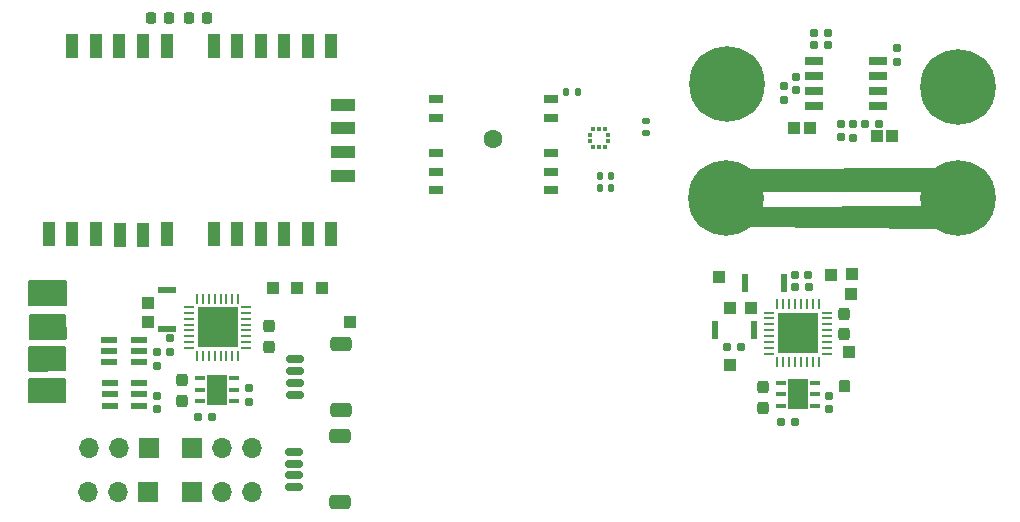
<source format=gbr>
%TF.GenerationSoftware,KiCad,Pcbnew,8.0.5*%
%TF.CreationDate,2024-10-22T02:59:18+02:00*%
%TF.ProjectId,Carte sensors,43617274-6520-4736-956e-736f72732e6b,rev?*%
%TF.SameCoordinates,Original*%
%TF.FileFunction,Soldermask,Top*%
%TF.FilePolarity,Negative*%
%FSLAX46Y46*%
G04 Gerber Fmt 4.6, Leading zero omitted, Abs format (unit mm)*
G04 Created by KiCad (PCBNEW 8.0.5) date 2024-10-22 02:59:18*
%MOMM*%
%LPD*%
G01*
G04 APERTURE LIST*
G04 Aperture macros list*
%AMRoundRect*
0 Rectangle with rounded corners*
0 $1 Rounding radius*
0 $2 $3 $4 $5 $6 $7 $8 $9 X,Y pos of 4 corners*
0 Add a 4 corners polygon primitive as box body*
4,1,4,$2,$3,$4,$5,$6,$7,$8,$9,$2,$3,0*
0 Add four circle primitives for the rounded corners*
1,1,$1+$1,$2,$3*
1,1,$1+$1,$4,$5*
1,1,$1+$1,$6,$7*
1,1,$1+$1,$8,$9*
0 Add four rect primitives between the rounded corners*
20,1,$1+$1,$2,$3,$4,$5,0*
20,1,$1+$1,$4,$5,$6,$7,0*
20,1,$1+$1,$6,$7,$8,$9,0*
20,1,$1+$1,$8,$9,$2,$3,0*%
%AMOutline4P*
0 Free polygon, 4 corners , with rotation*
0 The origin of the aperture is its center*
0 number of corners: always 4*
0 $1 to $8 corner X, Y*
0 $9 Rotation angle, in degrees counterclockwise*
0 create outline with 4 corners*
4,1,4,$1,$2,$3,$4,$5,$6,$7,$8,$1,$2,$9*%
%AMOutline5P*
0 Free polygon, 5 corners , with rotation*
0 The origin of the aperture is its center*
0 number of corners: always 5*
0 $1 to $10 corner X, Y*
0 $11 Rotation angle, in degrees counterclockwise*
0 create outline with 5 corners*
4,1,5,$1,$2,$3,$4,$5,$6,$7,$8,$9,$10,$1,$2,$11*%
%AMOutline6P*
0 Free polygon, 6 corners , with rotation*
0 The origin of the aperture is its center*
0 number of corners: always 6*
0 $1 to $12 corner X, Y*
0 $13 Rotation angle, in degrees counterclockwise*
0 create outline with 6 corners*
4,1,6,$1,$2,$3,$4,$5,$6,$7,$8,$9,$10,$11,$12,$1,$2,$13*%
%AMOutline7P*
0 Free polygon, 7 corners , with rotation*
0 The origin of the aperture is its center*
0 number of corners: always 7*
0 $1 to $14 corner X, Y*
0 $15 Rotation angle, in degrees counterclockwise*
0 create outline with 7 corners*
4,1,7,$1,$2,$3,$4,$5,$6,$7,$8,$9,$10,$11,$12,$13,$14,$1,$2,$15*%
%AMOutline8P*
0 Free polygon, 8 corners , with rotation*
0 The origin of the aperture is its center*
0 number of corners: always 8*
0 $1 to $16 corner X, Y*
0 $17 Rotation angle, in degrees counterclockwise*
0 create outline with 8 corners*
4,1,8,$1,$2,$3,$4,$5,$6,$7,$8,$9,$10,$11,$12,$13,$14,$15,$16,$1,$2,$17*%
G04 Aperture macros list end*
%ADD10R,1.000000X2.000000*%
%ADD11R,2.000000X1.000000*%
%ADD12R,1.000000X1.000000*%
%ADD13R,1.400000X0.600000*%
%ADD14RoundRect,0.155000X0.155000X-0.212500X0.155000X0.212500X-0.155000X0.212500X-0.155000X-0.212500X0*%
%ADD15O,1.700000X1.700000*%
%ADD16R,1.700000X1.700000*%
%ADD17RoundRect,0.250000X0.650000X-0.350000X0.650000X0.350000X-0.650000X0.350000X-0.650000X-0.350000X0*%
%ADD18RoundRect,0.150000X0.625000X-0.150000X0.625000X0.150000X-0.625000X0.150000X-0.625000X-0.150000X0*%
%ADD19R,1.500000X0.550000*%
%ADD20R,0.850000X0.300000*%
%ADD21R,1.700000X2.500000*%
%ADD22R,0.550000X1.500000*%
%ADD23RoundRect,0.135000X-0.135000X-0.185000X0.135000X-0.185000X0.135000X0.185000X-0.135000X0.185000X0*%
%ADD24RoundRect,0.160000X0.197500X0.160000X-0.197500X0.160000X-0.197500X-0.160000X0.197500X-0.160000X0*%
%ADD25RoundRect,0.160000X-0.197500X-0.160000X0.197500X-0.160000X0.197500X0.160000X-0.197500X0.160000X0*%
%ADD26C,0.800000*%
%ADD27C,6.400000*%
%ADD28C,1.600000*%
%ADD29R,1.200000X0.800000*%
%ADD30RoundRect,0.140000X-0.140000X-0.170000X0.140000X-0.170000X0.140000X0.170000X-0.140000X0.170000X0*%
%ADD31RoundRect,0.237500X-0.237500X0.287500X-0.237500X-0.287500X0.237500X-0.287500X0.237500X0.287500X0*%
%ADD32RoundRect,0.135000X-0.185000X0.135000X-0.185000X-0.135000X0.185000X-0.135000X0.185000X0.135000X0*%
%ADD33R,1.525000X0.650000*%
%ADD34RoundRect,0.237500X0.237500X-0.287500X0.237500X0.287500X-0.237500X0.287500X-0.237500X-0.287500X0*%
%ADD35RoundRect,0.160000X0.160000X-0.197500X0.160000X0.197500X-0.160000X0.197500X-0.160000X-0.197500X0*%
%ADD36RoundRect,0.062500X-0.375000X-0.062500X0.375000X-0.062500X0.375000X0.062500X-0.375000X0.062500X0*%
%ADD37RoundRect,0.062500X-0.062500X-0.375000X0.062500X-0.375000X0.062500X0.375000X-0.062500X0.375000X0*%
%ADD38R,3.450000X3.450000*%
%ADD39Outline5P,-0.187500X0.175000X0.187500X0.175000X0.187500X-0.175000X-0.117500X-0.175000X-0.187500X-0.105000X0.000000*%
%ADD40Outline4P,-0.187500X0.175000X0.187500X0.175000X0.187500X-0.175000X-0.187500X-0.175000X0.000000*%
%ADD41Outline4P,-0.187500X0.175000X0.187500X0.175000X0.187500X-0.175000X-0.187500X-0.175000X270.000000*%
%ADD42RoundRect,0.218750X0.218750X0.256250X-0.218750X0.256250X-0.218750X-0.256250X0.218750X-0.256250X0*%
%ADD43RoundRect,0.155000X0.212500X0.155000X-0.212500X0.155000X-0.212500X-0.155000X0.212500X-0.155000X0*%
%ADD44RoundRect,0.155000X-0.212500X-0.155000X0.212500X-0.155000X0.212500X0.155000X-0.212500X0.155000X0*%
%ADD45RoundRect,0.155000X-0.155000X0.212500X-0.155000X-0.212500X0.155000X-0.212500X0.155000X0.212500X0*%
G04 APERTURE END LIST*
D10*
%TO.C,Tarvos1*%
X147720000Y-113300000D03*
X149710000Y-113320000D03*
X151700000Y-113320000D03*
X153700000Y-113330000D03*
X155690000Y-113330000D03*
X157680000Y-113320000D03*
X161670000Y-113310000D03*
X163670000Y-113310000D03*
X165660000Y-113310000D03*
X167630000Y-113320000D03*
X169650000Y-113300000D03*
X171630000Y-113300000D03*
X171630000Y-97390000D03*
X169640000Y-97370000D03*
X167650000Y-97360000D03*
X165650000Y-97370000D03*
X163660000Y-97380000D03*
X161680000Y-97370000D03*
X157680000Y-97370000D03*
X155690000Y-97380000D03*
X153690000Y-97380000D03*
X151700000Y-97400000D03*
X149700000Y-97390000D03*
D11*
X172600000Y-108340000D03*
X172600000Y-106310000D03*
X172600000Y-104330000D03*
X172620000Y-102370000D03*
%TD*%
D12*
%TO.C,*%
X156080000Y-119160000D03*
%TD*%
%TO.C,*%
X170820000Y-117880000D03*
%TD*%
%TO.C,*%
X168740000Y-117880000D03*
%TD*%
%TO.C,*%
X166670000Y-117880000D03*
%TD*%
%TO.C,*%
X156080000Y-120690000D03*
%TD*%
%TO.C,*%
X173210000Y-120700000D03*
%TD*%
D13*
%TO.C,IC5*%
X152857500Y-127802500D03*
X152857500Y-126852500D03*
X152857500Y-125902500D03*
X155357500Y-125902500D03*
X155357500Y-126852500D03*
X155357500Y-127802500D03*
%TD*%
%TO.C,IC4*%
X152817500Y-124142500D03*
X152817500Y-123192500D03*
X152817500Y-122242500D03*
X155317500Y-122242500D03*
X155317500Y-123192500D03*
X155317500Y-124142500D03*
%TD*%
D14*
%TO.C,C30*%
X156900000Y-126995000D03*
X156900000Y-128130000D03*
%TD*%
%TO.C,C12*%
X156857500Y-123285000D03*
X156857500Y-124420000D03*
%TD*%
D15*
%TO.C,J10*%
X164915000Y-135130000D03*
X162375000Y-135130000D03*
D16*
X159835000Y-135130000D03*
%TD*%
D15*
%TO.C,J9*%
X164930000Y-131400000D03*
X162390000Y-131400000D03*
D16*
X159850000Y-131400000D03*
%TD*%
D15*
%TO.C,J8*%
X151100000Y-131400000D03*
X153640000Y-131400000D03*
D16*
X156180000Y-131400000D03*
%TD*%
D15*
%TO.C,J7*%
X151045000Y-135130000D03*
X153585000Y-135130000D03*
D16*
X156125000Y-135130000D03*
%TD*%
D17*
%TO.C,J6*%
X172415000Y-122590000D03*
X172415000Y-128190000D03*
D18*
X168540000Y-123890000D03*
X168540000Y-124890000D03*
X168540000Y-125890000D03*
X168540000Y-126890000D03*
%TD*%
D17*
%TO.C,J5*%
X172365000Y-130410000D03*
X172365000Y-136010000D03*
D18*
X168490000Y-131710000D03*
X168490000Y-132710000D03*
X168490000Y-133710000D03*
X168490000Y-134710000D03*
%TD*%
D12*
%TO.C,*%
X215480000Y-123280000D03*
%TD*%
%TO.C,*%
X210760000Y-104310000D03*
%TD*%
D19*
%TO.C,SW3*%
X157750000Y-121280000D03*
X157750000Y-118030000D03*
%TD*%
D12*
%TO.C,*%
X215670000Y-116700000D03*
%TD*%
%TO.C,*%
X213890000Y-116720000D03*
%TD*%
D20*
%TO.C,IC3*%
X212580000Y-127812500D03*
X212580000Y-126862500D03*
X212580000Y-125912500D03*
X209680000Y-125912500D03*
X209680000Y-126862500D03*
X209680000Y-127812500D03*
D21*
X211130000Y-126862500D03*
%TD*%
D22*
%TO.C,SW4*%
X209910000Y-117422500D03*
X206660000Y-117422500D03*
%TD*%
D23*
%TO.C,R8*%
X191470000Y-101290000D03*
X192490000Y-101290000D03*
%TD*%
D24*
%TO.C,R24*%
X160302500Y-128800000D03*
X161497500Y-128800000D03*
%TD*%
D25*
%TO.C,R21*%
X210842500Y-117757500D03*
X212037500Y-117757500D03*
%TD*%
D12*
%TO.C,*%
X215660000Y-118370000D03*
%TD*%
%TO.C,REF\u002A\u002A*%
X219130000Y-105000000D03*
%TD*%
D26*
%TO.C,H2*%
X202762944Y-100582944D03*
X203465888Y-98885888D03*
X203465888Y-102280000D03*
X205162944Y-98182944D03*
D27*
X205162944Y-100582944D03*
D26*
X205162944Y-102982944D03*
X206860000Y-98885888D03*
X206860000Y-102280000D03*
X207562944Y-100582944D03*
%TD*%
D14*
%TO.C,C11*%
X157985000Y-122122500D03*
X157985000Y-123257500D03*
%TD*%
D28*
%TO.C,PA1010D1*%
X185350000Y-105240000D03*
D29*
X180500000Y-101890000D03*
X180500000Y-103490000D03*
X180500000Y-106390000D03*
X180500000Y-107990000D03*
X180500000Y-109590000D03*
X190200000Y-109590000D03*
X190200000Y-107990000D03*
X190200000Y-106390000D03*
X190200000Y-103490000D03*
X190200000Y-101890000D03*
%TD*%
D30*
%TO.C,C5*%
X194380000Y-108380000D03*
X195340000Y-108380000D03*
%TD*%
D31*
%TO.C,D6*%
X215050000Y-120027500D03*
X215050000Y-121777500D03*
%TD*%
D12*
%TO.C,*%
X212170000Y-104300000D03*
%TD*%
D26*
%TO.C,H1*%
X222280000Y-100830000D03*
X222982944Y-99132944D03*
X222982944Y-102527056D03*
X224680000Y-98430000D03*
D27*
X224680000Y-100830000D03*
D26*
X224680000Y-103230000D03*
X226377056Y-99132944D03*
X226377056Y-102527056D03*
X227080000Y-100830000D03*
%TD*%
D32*
%TO.C,R7*%
X198260000Y-103700000D03*
X198260000Y-104720000D03*
%TD*%
D12*
%TO.C,*%
X204450000Y-116900000D03*
%TD*%
D33*
%TO.C,IC1*%
X217897500Y-102430000D03*
X217897500Y-101160000D03*
X217897500Y-99890000D03*
X217897500Y-98620000D03*
X212473500Y-98620000D03*
X212473500Y-99890000D03*
X212473500Y-101160000D03*
X212473500Y-102430000D03*
%TD*%
D22*
%TO.C,SW5*%
X204120000Y-121432500D03*
X207370000Y-121432500D03*
%TD*%
D14*
%TO.C,C9*%
X214787500Y-105087500D03*
X214787500Y-103952500D03*
%TD*%
D12*
%TO.C,*%
X217790000Y-105000000D03*
%TD*%
D26*
%TO.C,H3*%
X222252944Y-110192944D03*
X222955888Y-108495888D03*
X222955888Y-111890000D03*
X224652944Y-107792944D03*
D27*
X224652944Y-110192944D03*
D26*
X224652944Y-112592944D03*
X226350000Y-108495888D03*
X226350000Y-111890000D03*
X227052944Y-110192944D03*
%TD*%
D34*
%TO.C,D4*%
X208160000Y-128007500D03*
X208160000Y-126257500D03*
%TD*%
D25*
%TO.C,R13*%
X216830000Y-103950000D03*
X218025000Y-103950000D03*
%TD*%
D35*
%TO.C,R12*%
X209977500Y-101945000D03*
X209977500Y-100750000D03*
%TD*%
D36*
%TO.C,U2*%
X208692500Y-119930000D03*
X208692500Y-120430000D03*
X208692500Y-120930000D03*
X208692500Y-121430000D03*
X208692500Y-121930000D03*
X208692500Y-122430000D03*
X208692500Y-122930000D03*
X208692500Y-123430000D03*
D37*
X209380000Y-124117500D03*
X209880000Y-124117500D03*
X210380000Y-124117500D03*
X210880000Y-124117500D03*
X211380000Y-124117500D03*
X211880000Y-124117500D03*
X212380000Y-124117500D03*
X212880000Y-124117500D03*
D36*
X213567500Y-123430000D03*
X213567500Y-122930000D03*
X213567500Y-122430000D03*
X213567500Y-121930000D03*
X213567500Y-121430000D03*
X213567500Y-120930000D03*
X213567500Y-120430000D03*
X213567500Y-119930000D03*
D37*
X212880000Y-119242500D03*
X212380000Y-119242500D03*
X211880000Y-119242500D03*
X211380000Y-119242500D03*
X210880000Y-119242500D03*
X210380000Y-119242500D03*
X209880000Y-119242500D03*
X209380000Y-119242500D03*
D38*
X211130000Y-121680000D03*
%TD*%
D12*
%TO.C,*%
X205400000Y-119570000D03*
%TD*%
D34*
%TO.C,D5*%
X166315000Y-121090000D03*
X166315000Y-122840000D03*
%TD*%
D39*
%TO.C,WSEN-PADS1*%
X195060000Y-105430000D03*
D40*
X195060000Y-104920000D03*
D41*
X194790000Y-104410000D03*
X194290000Y-104410000D03*
X193790000Y-104410000D03*
D40*
X193520000Y-104930000D03*
X193520000Y-105430000D03*
D41*
X193790000Y-105940000D03*
X194290000Y-105940000D03*
X194790000Y-105940000D03*
%TD*%
D38*
%TO.C,U1*%
X161995000Y-121192500D03*
D37*
X160245000Y-118755000D03*
X160745000Y-118755000D03*
X161245000Y-118755000D03*
X161745000Y-118755000D03*
X162245000Y-118755000D03*
X162745000Y-118755000D03*
X163245000Y-118755000D03*
X163745000Y-118755000D03*
D36*
X164432500Y-119442500D03*
X164432500Y-119942500D03*
X164432500Y-120442500D03*
X164432500Y-120942500D03*
X164432500Y-121442500D03*
X164432500Y-121942500D03*
X164432500Y-122442500D03*
X164432500Y-122942500D03*
D37*
X163745000Y-123630000D03*
X163245000Y-123630000D03*
X162745000Y-123630000D03*
X162245000Y-123630000D03*
X161745000Y-123630000D03*
X161245000Y-123630000D03*
X160745000Y-123630000D03*
X160245000Y-123630000D03*
D36*
X159557500Y-122942500D03*
X159557500Y-122442500D03*
X159557500Y-121942500D03*
X159557500Y-121442500D03*
X159557500Y-120942500D03*
X159557500Y-120442500D03*
X159557500Y-119942500D03*
X159557500Y-119442500D03*
%TD*%
D34*
%TO.C,D3*%
X158955000Y-125680000D03*
X158955000Y-127430000D03*
%TD*%
D30*
%TO.C,C6*%
X194380000Y-109390000D03*
X195340000Y-109390000D03*
%TD*%
D12*
%TO.C,*%
X207160000Y-119560000D03*
%TD*%
D42*
%TO.C,D2*%
X157907500Y-95010000D03*
X156332500Y-95010000D03*
%TD*%
D12*
%TO.C,*%
X205390000Y-124390000D03*
%TD*%
D26*
%TO.C,H4*%
X202682944Y-110192944D03*
X203385888Y-108495888D03*
X203385888Y-111890000D03*
X205082944Y-107792944D03*
D27*
X205082944Y-110192944D03*
D26*
X205082944Y-112592944D03*
X206780000Y-108495888D03*
X206780000Y-111890000D03*
X207482944Y-110192944D03*
%TD*%
D14*
%TO.C,C7*%
X219517500Y-98687500D03*
X219517500Y-97552500D03*
%TD*%
%TO.C,C25*%
X164695000Y-126332500D03*
X164695000Y-127467500D03*
%TD*%
%TO.C,C27*%
X213800000Y-128130000D03*
X213800000Y-126995000D03*
%TD*%
D43*
%TO.C,C19*%
X212017500Y-116787500D03*
X210882500Y-116787500D03*
%TD*%
D24*
%TO.C,R9*%
X213665000Y-97250000D03*
X212470000Y-97250000D03*
%TD*%
D21*
%TO.C,IC2*%
X161930000Y-126460000D03*
D20*
X160480000Y-127410000D03*
X160480000Y-126460000D03*
X160480000Y-125510000D03*
X163380000Y-125510000D03*
X163380000Y-126460000D03*
X163380000Y-127410000D03*
%TD*%
D24*
%TO.C,R11*%
X213645000Y-96270000D03*
X212450000Y-96270000D03*
%TD*%
D44*
%TO.C,C18*%
X205152500Y-122812500D03*
X206287500Y-122812500D03*
%TD*%
D35*
%TO.C,R14*%
X215787500Y-105137500D03*
X215787500Y-103942500D03*
%TD*%
D42*
%TO.C,D1*%
X161137500Y-95000000D03*
X159562500Y-95000000D03*
%TD*%
D24*
%TO.C,R25*%
X210877500Y-129192500D03*
X209682500Y-129192500D03*
%TD*%
D45*
%TO.C,C8*%
X210957500Y-99992500D03*
X210957500Y-101127500D03*
%TD*%
G36*
X221739958Y-110929685D02*
G01*
X221777169Y-110966045D01*
X222891078Y-112645611D01*
X222911726Y-112712360D01*
X222893010Y-112779677D01*
X222840870Y-112826187D01*
X222786752Y-112838143D01*
X206937873Y-112711973D01*
X206870992Y-112691755D01*
X206825659Y-112638589D01*
X206816267Y-112569353D01*
X206840226Y-112512828D01*
X207933187Y-111078316D01*
X207989474Y-111036920D01*
X208030740Y-111029470D01*
X221672749Y-110910586D01*
X221739958Y-110929685D01*
G37*
G36*
X222848555Y-107690388D02*
G01*
X222894539Y-107742992D01*
X222904784Y-107812107D01*
X222886211Y-107862149D01*
X221706734Y-109692979D01*
X221653879Y-109738675D01*
X221602173Y-109749824D01*
X208036064Y-109714787D01*
X207969075Y-109694929D01*
X207926469Y-109648186D01*
X207024264Y-107920511D01*
X207010680Y-107851974D01*
X207036307Y-107786974D01*
X207093007Y-107746147D01*
X207133639Y-107739113D01*
X222781430Y-107670995D01*
X222848555Y-107690388D01*
G37*
G36*
X215511961Y-125690283D02*
G01*
X215558257Y-125742613D01*
X215570000Y-125795284D01*
X215570000Y-126546000D01*
X215550315Y-126613039D01*
X215497511Y-126658794D01*
X215446000Y-126670000D01*
X214732754Y-126670000D01*
X214665715Y-126650315D01*
X214619960Y-126597511D01*
X214608760Y-126547252D01*
X214601252Y-125803966D01*
X214620259Y-125736732D01*
X214672598Y-125690446D01*
X214723968Y-125678721D01*
X215444722Y-125671291D01*
X215511961Y-125690283D01*
G37*
G36*
X149083774Y-125469907D02*
G01*
X149129737Y-125522529D01*
X149141142Y-125573338D01*
X149158848Y-127485631D01*
X149139785Y-127552850D01*
X149087407Y-127599092D01*
X149035628Y-127610777D01*
X146084901Y-127629219D01*
X146017740Y-127609953D01*
X145971656Y-127557436D01*
X145960126Y-127505096D01*
X145962066Y-125585941D01*
X145981818Y-125518921D01*
X146034669Y-125473220D01*
X146085576Y-125462067D01*
X149016657Y-125450487D01*
X149083774Y-125469907D01*
G37*
G36*
X149103774Y-122769907D02*
G01*
X149149737Y-122822529D01*
X149161142Y-122873338D01*
X149178848Y-124785631D01*
X149159785Y-124852850D01*
X149107407Y-124899092D01*
X149055628Y-124910777D01*
X146104901Y-124929219D01*
X146037740Y-124909953D01*
X145991656Y-124857436D01*
X145980126Y-124805096D01*
X145982066Y-122885941D01*
X146001818Y-122818921D01*
X146054669Y-122773220D01*
X146105576Y-122762067D01*
X149036657Y-122750487D01*
X149103774Y-122769907D01*
G37*
G36*
X149143774Y-120099907D02*
G01*
X149189737Y-120152529D01*
X149201142Y-120203338D01*
X149218848Y-122115631D01*
X149199785Y-122182850D01*
X149147407Y-122229092D01*
X149095628Y-122240777D01*
X146144901Y-122259219D01*
X146077740Y-122239953D01*
X146031656Y-122187436D01*
X146020126Y-122135096D01*
X146022066Y-120215941D01*
X146041818Y-120148921D01*
X146094669Y-120103220D01*
X146145576Y-120092067D01*
X149076657Y-120080487D01*
X149143774Y-120099907D01*
G37*
G36*
X149162886Y-117190579D02*
G01*
X149209003Y-117243067D01*
X149220565Y-117294789D01*
X149229432Y-119245076D01*
X149210052Y-119312205D01*
X149157457Y-119358199D01*
X149105075Y-119369639D01*
X146063767Y-119360858D01*
X145996785Y-119340980D01*
X145951182Y-119288045D01*
X145940125Y-119236734D01*
X145942066Y-117316081D01*
X145961818Y-117249061D01*
X146014669Y-117203360D01*
X146065213Y-117192209D01*
X149095713Y-117171356D01*
X149162886Y-117190579D01*
G37*
M02*

</source>
